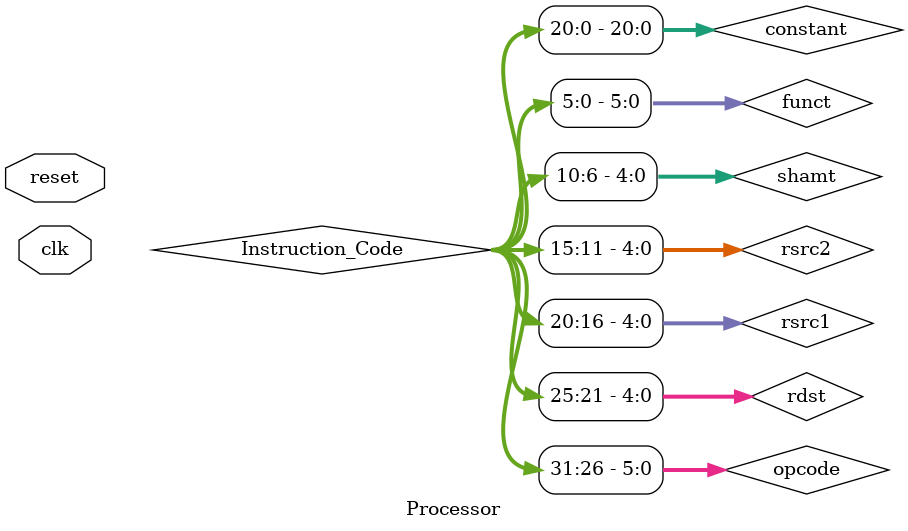
<source format=v>
`timescale 1ns / 1ps
module Processor(
    input clk,
    input reset
    );
    
    wire [31:0] Instruction_Code;    
    Instruction_Fetch proc0 (clk, reset, Instruction_Code);
    wire [5:0] opcode;
    wire [4:0] rdst;
    wire [4:0] rsrc1, rsrc2, shamt;
    wire [5:0] funct;
    wire [20:0] constant;
    wire [31:0] write_data;
    wire [31:0] read_src1, read_src2;
    wire RegWrite;
    wire Zero;
    wire ALUShift, InstrType;
    wire [3:0] ALUOp;
    wire [31:0] Result;
    
    // THIS IS THE INSTRUCTION DECODE UNIT
    assign opcode = Instruction_Code[31:26];
    assign rdst = Instruction_Code[25:21];
    assign rsrc1 = Instruction_Code[20:16];
    assign rsrc2 = Instruction_Code[15:11];
    assign shamt = Instruction_Code[10:6];
    assign funct = Instruction_Code[5:0];
    assign constant = Instruction_Code[20:0]; //SPLIT THE INSTRUCTION CODE FOR R-TYPE and I-TYPE OPERATIONS
  
   ALUControl proc1 (ALUOp, ALUShift, InstrType, RegWrite, funct, opcode[5]);
   Register_file proc2 (rsrc1, rsrc2, rdst, write_data, read_src1, read_src2, RegWrite, clk, reset); 
   wire [31:0] input_A, input_B; //INPUTS TO ALU 
   assign input_A = read_src1;
   assign input_B = (ALUShift)? ( { {27{shamt[4]}}, shamt } ):(read_src2);  //MUX FUNCTIONALITY FOR ALU's SECOND OPERAND
   //This mux checks if the function corresponds to shift operation, and replaces the second ALU line with the shift amount
   alu proc3 (input_A, input_B, ALUOp, Zero, Result);
   assign write_data = (InstrType)?( { {11{constant[20]}}, constant } ):(Result); //MUX FUNCTIONALITY FOR WRITING INTO THE REGISTORS
   //This mux will store the data into the registor or store the ALU result into the registor
         
endmodule

</source>
